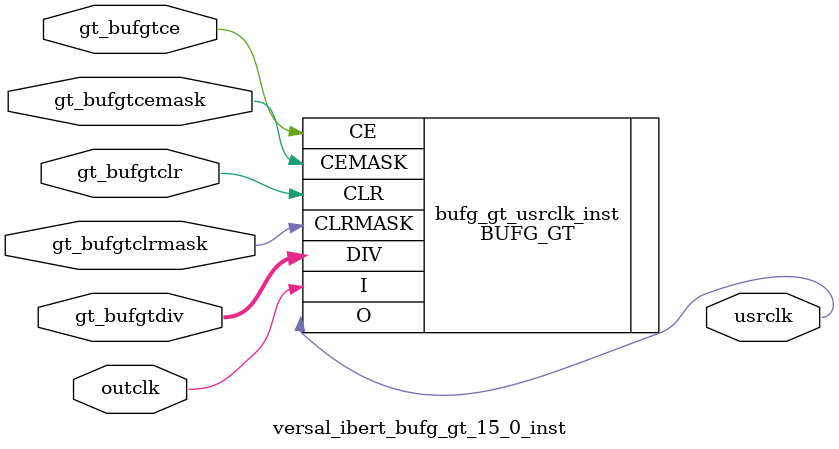
<source format=v>




`timescale 1ns / 1ps



module versal_ibert_bufg_gt_15_0_inst  (
    input outclk,
    input gt_bufgtce,
    input gt_bufgtcemask,
    input gt_bufgtclr,
    input gt_bufgtclrmask,
    input [2:0] gt_bufgtdiv,
    output usrclk
    );
     
      wire sync_ce;
      wire sync_clr;

      //BUFG_GT_SYNC sync_clr_ce (.CESYNC(sync_ce), .CLRSYNC(sync_clr), .CE(gt_bufgtce), .CLK(outclk), .CLR(gt_bufgtclr));
    //assign usrclk = outclk;
      BUFG_GT #(
        .SIM_DEVICE ("VERSAL_PREMIUM")
      ) bufg_gt_usrclk_inst (
        .CE      (gt_bufgtce),
        .CEMASK  (gt_bufgtcemask),
        .CLR     (gt_bufgtclr),
        .CLRMASK (gt_bufgtclrmask),
        .DIV     (gt_bufgtdiv),
        .I       (outclk),
        .O       (usrclk)
      );
endmodule
//------}

</source>
